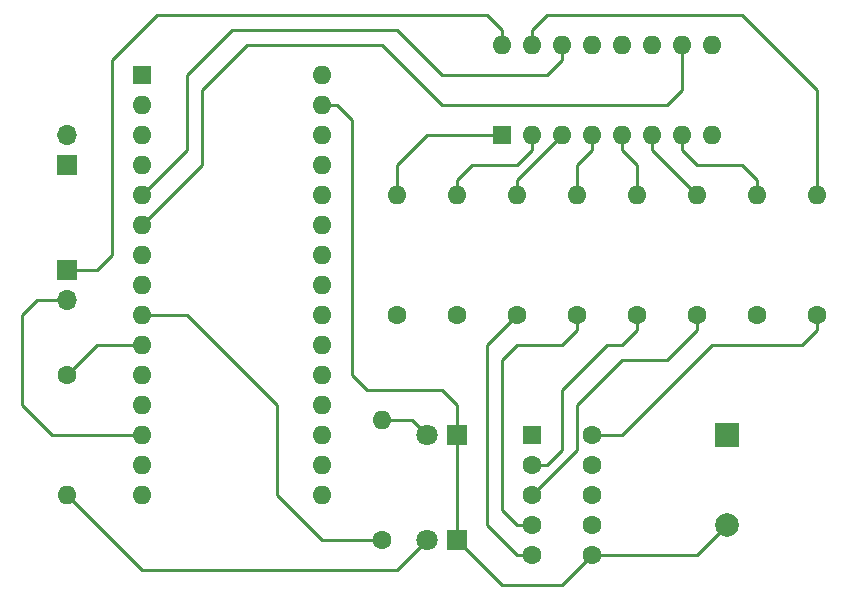
<source format=gbr>
G04 #@! TF.GenerationSoftware,KiCad,Pcbnew,(5.1.5)-3*
G04 #@! TF.CreationDate,2020-04-04T18:01:30+02:00*
G04 #@! TF.ProjectId,BuzzDuino,42757a7a-4475-4696-9e6f-2e6b69636164,rev?*
G04 #@! TF.SameCoordinates,Original*
G04 #@! TF.FileFunction,Copper,L1,Top*
G04 #@! TF.FilePolarity,Positive*
%FSLAX46Y46*%
G04 Gerber Fmt 4.6, Leading zero omitted, Abs format (unit mm)*
G04 Created by KiCad (PCBNEW (5.1.5)-3) date 2020-04-04 18:01:30*
%MOMM*%
%LPD*%
G04 APERTURE LIST*
%ADD10O,1.600000X1.600000*%
%ADD11C,1.600000*%
%ADD12O,1.700000X1.700000*%
%ADD13R,1.700000X1.700000*%
%ADD14R,1.600000X1.600000*%
%ADD15C,2.000000*%
%ADD16R,2.000000X2.000000*%
%ADD17C,1.800000*%
%ADD18R,1.800000X1.800000*%
%ADD19C,0.250000*%
G04 APERTURE END LIST*
D10*
X128270000Y-109220000D03*
D11*
X128270000Y-119380000D03*
D10*
X101600000Y-115570000D03*
D11*
X101600000Y-105410000D03*
D12*
X101600000Y-99060000D03*
D13*
X101600000Y-96520000D03*
D12*
X101600000Y-85090000D03*
D13*
X101600000Y-87630000D03*
D10*
X123190000Y-115570000D03*
X107950000Y-115570000D03*
X123190000Y-80010000D03*
X107950000Y-113030000D03*
X123190000Y-82550000D03*
X107950000Y-110490000D03*
X123190000Y-85090000D03*
X107950000Y-107950000D03*
X123190000Y-87630000D03*
X107950000Y-105410000D03*
X123190000Y-90170000D03*
X107950000Y-102870000D03*
X123190000Y-92710000D03*
X107950000Y-100330000D03*
X123190000Y-95250000D03*
X107950000Y-97790000D03*
X123190000Y-97790000D03*
X107950000Y-95250000D03*
X123190000Y-100330000D03*
X107950000Y-92710000D03*
X123190000Y-102870000D03*
X107950000Y-90170000D03*
X123190000Y-105410000D03*
X107950000Y-87630000D03*
X123190000Y-107950000D03*
X107950000Y-85090000D03*
X123190000Y-110490000D03*
X107950000Y-82550000D03*
X123190000Y-113030000D03*
D14*
X107950000Y-80010000D03*
D10*
X160020000Y-90170000D03*
D11*
X160020000Y-100330000D03*
D15*
X157480000Y-118090000D03*
D16*
X157480000Y-110490000D03*
D11*
X146050000Y-110490000D03*
X146050000Y-113030000D03*
X146050000Y-115570000D03*
X146050000Y-118110000D03*
X146050000Y-120650000D03*
X140970000Y-120650000D03*
X140970000Y-118110000D03*
X140970000Y-115570000D03*
X140970000Y-113030000D03*
D14*
X140970000Y-110490000D03*
D10*
X138430000Y-77470000D03*
X156210000Y-85090000D03*
X140970000Y-77470000D03*
X153670000Y-85090000D03*
X143510000Y-77470000D03*
X151130000Y-85090000D03*
X146050000Y-77470000D03*
X148590000Y-85090000D03*
X148590000Y-77470000D03*
X146050000Y-85090000D03*
X151130000Y-77470000D03*
X143510000Y-85090000D03*
X153670000Y-77470000D03*
X140970000Y-85090000D03*
X156210000Y-77470000D03*
D14*
X138430000Y-85090000D03*
D10*
X154940000Y-90170000D03*
D11*
X154940000Y-100330000D03*
D10*
X149860000Y-90170000D03*
D11*
X149860000Y-100330000D03*
D10*
X144780000Y-90170000D03*
D11*
X144780000Y-100330000D03*
D10*
X139700000Y-90170000D03*
D11*
X139700000Y-100330000D03*
D10*
X134620000Y-90170000D03*
D11*
X134620000Y-100330000D03*
D10*
X129540000Y-90170000D03*
D11*
X129540000Y-100330000D03*
D10*
X165100000Y-90170000D03*
D11*
X165100000Y-100330000D03*
D17*
X132080000Y-110490000D03*
D18*
X134620000Y-110490000D03*
D17*
X132080000Y-119380000D03*
D18*
X134620000Y-119380000D03*
D19*
X134620000Y-110490000D02*
X134620000Y-119380000D01*
X123190000Y-82550000D02*
X124460000Y-82550000D01*
X124460000Y-82550000D02*
X125730000Y-83820000D01*
X125730000Y-83820000D02*
X125730000Y-105410000D01*
X125730000Y-105410000D02*
X127000000Y-106680000D01*
X127000000Y-106680000D02*
X133350000Y-106680000D01*
X134620000Y-107950000D02*
X134620000Y-110490000D01*
X133350000Y-106680000D02*
X134620000Y-107950000D01*
X143510000Y-123190000D02*
X146050000Y-120650000D01*
X134620000Y-119380000D02*
X138430000Y-123190000D01*
X138430000Y-123190000D02*
X143510000Y-123190000D01*
X154940000Y-120650000D02*
X156210000Y-119380000D01*
X157480000Y-118090000D02*
X156210000Y-119380000D01*
X146050000Y-120650000D02*
X154940000Y-120650000D01*
X156210000Y-119380000D02*
X156190000Y-119380000D01*
X97790000Y-100330000D02*
X99060000Y-99060000D01*
X97790000Y-107950000D02*
X97790000Y-100330000D01*
X107950000Y-110490000D02*
X100330000Y-110490000D01*
X99060000Y-99060000D02*
X101600000Y-99060000D01*
X100330000Y-110490000D02*
X97790000Y-107950000D01*
X138430000Y-77470000D02*
X138430000Y-76200000D01*
X138430000Y-76200000D02*
X137160000Y-74930000D01*
X137160000Y-74930000D02*
X109220000Y-74930000D01*
X109220000Y-74930000D02*
X105410000Y-78740000D01*
X105410000Y-78740000D02*
X105410000Y-95250000D01*
X104140000Y-96520000D02*
X101600000Y-96520000D01*
X105410000Y-95250000D02*
X104140000Y-96520000D01*
X107950000Y-102870000D02*
X104140000Y-102870000D01*
X104140000Y-102870000D02*
X101600000Y-105410000D01*
X128270000Y-119380000D02*
X123190000Y-119380000D01*
X123190000Y-119380000D02*
X119380000Y-115570000D01*
X119380000Y-115570000D02*
X119380000Y-107950000D01*
X111760000Y-100330000D02*
X107950000Y-100330000D01*
X119380000Y-107950000D02*
X111760000Y-100330000D01*
X113030000Y-87630000D02*
X107950000Y-92710000D01*
X113030000Y-81280000D02*
X113030000Y-87630000D01*
X116840000Y-77470000D02*
X113030000Y-81280000D01*
X153670000Y-81280000D02*
X152400000Y-82550000D01*
X153670000Y-77470000D02*
X153670000Y-81280000D01*
X128270000Y-77470000D02*
X116840000Y-77470000D01*
X152400000Y-82550000D02*
X133350000Y-82550000D01*
X133350000Y-82550000D02*
X128270000Y-77470000D01*
X111760000Y-86360000D02*
X107950000Y-90170000D01*
X111760000Y-80010000D02*
X111760000Y-86360000D01*
X115570000Y-76200000D02*
X111760000Y-80010000D01*
X129540000Y-76200000D02*
X115570000Y-76200000D01*
X143510000Y-78740000D02*
X142240000Y-80010000D01*
X143510000Y-77470000D02*
X143510000Y-78740000D01*
X133350000Y-80010000D02*
X129540000Y-76200000D01*
X142240000Y-80010000D02*
X133350000Y-80010000D01*
X140970000Y-77470000D02*
X140970000Y-76200000D01*
X140970000Y-76200000D02*
X142240000Y-74930000D01*
X142240000Y-74930000D02*
X158750000Y-74930000D01*
X158750000Y-74930000D02*
X165100000Y-81280000D01*
X165100000Y-81280000D02*
X165100000Y-90170000D01*
X146050000Y-110490000D02*
X148590000Y-110490000D01*
X148590000Y-110490000D02*
X156210000Y-102870000D01*
X156210000Y-102870000D02*
X163830000Y-102870000D01*
X163830000Y-102870000D02*
X165100000Y-101600000D01*
X165100000Y-101600000D02*
X165100000Y-100330000D01*
X138430000Y-85090000D02*
X132080000Y-85090000D01*
X129540000Y-87630000D02*
X129540000Y-90170000D01*
X132080000Y-85090000D02*
X129540000Y-87630000D01*
X140970000Y-85090000D02*
X140970000Y-86360000D01*
X140970000Y-86360000D02*
X139700000Y-87630000D01*
X139700000Y-87630000D02*
X135890000Y-87630000D01*
X135890000Y-87630000D02*
X134620000Y-88900000D01*
X134620000Y-88900000D02*
X134620000Y-90170000D01*
X139700000Y-90170000D02*
X139700000Y-88900000D01*
X139700000Y-88900000D02*
X142240000Y-86360000D01*
X142240000Y-86360000D02*
X143510000Y-85090000D01*
X140970000Y-120650000D02*
X139700000Y-120650000D01*
X139700000Y-120650000D02*
X137160000Y-118110000D01*
X137160000Y-102870000D02*
X139700000Y-100330000D01*
X137160000Y-118110000D02*
X137160000Y-102870000D01*
X146050000Y-85090000D02*
X146050000Y-86360000D01*
X146050000Y-86360000D02*
X144780000Y-87630000D01*
X144780000Y-87630000D02*
X144780000Y-90170000D01*
X140970000Y-118110000D02*
X139700000Y-118110000D01*
X139700000Y-118110000D02*
X138430000Y-116840000D01*
X138430000Y-116840000D02*
X138430000Y-104140000D01*
X138430000Y-104140000D02*
X139700000Y-102870000D01*
X139700000Y-102870000D02*
X143510000Y-102870000D01*
X144780000Y-101600000D02*
X144780000Y-100330000D01*
X143510000Y-102870000D02*
X144780000Y-101600000D01*
X148590000Y-85090000D02*
X148590000Y-86360000D01*
X148590000Y-86360000D02*
X149860000Y-87630000D01*
X149860000Y-87630000D02*
X149860000Y-90170000D01*
X140970000Y-113030000D02*
X142240000Y-113030000D01*
X142240000Y-113030000D02*
X143510000Y-111760000D01*
X143510000Y-111760000D02*
X143510000Y-106680000D01*
X143510000Y-106680000D02*
X147320000Y-102870000D01*
X147320000Y-102870000D02*
X148590000Y-102870000D01*
X148590000Y-102870000D02*
X149860000Y-101600000D01*
X149860000Y-101600000D02*
X149860000Y-100330000D01*
X151130000Y-85090000D02*
X151130000Y-86360000D01*
X151130000Y-86360000D02*
X152400000Y-87630000D01*
X152400000Y-87630000D02*
X154940000Y-90170000D01*
X144780000Y-111760000D02*
X144780000Y-107950000D01*
X154940000Y-101600000D02*
X154940000Y-100330000D01*
X140970000Y-115570000D02*
X144780000Y-111760000D01*
X144780000Y-107950000D02*
X148590000Y-104140000D01*
X148590000Y-104140000D02*
X152400000Y-104140000D01*
X152400000Y-104140000D02*
X154940000Y-101600000D01*
X153670000Y-85090000D02*
X153670000Y-86360000D01*
X153670000Y-86360000D02*
X154940000Y-87630000D01*
X154940000Y-87630000D02*
X158750000Y-87630000D01*
X158750000Y-87630000D02*
X160020000Y-88900000D01*
X160020000Y-88900000D02*
X160020000Y-90170000D01*
X129540000Y-121920000D02*
X132080000Y-119380000D01*
X107950000Y-121920000D02*
X101600000Y-115570000D01*
X129540000Y-121920000D02*
X107950000Y-121920000D01*
X130810000Y-109220000D02*
X132080000Y-110490000D01*
X128270000Y-109220000D02*
X130810000Y-109220000D01*
M02*

</source>
